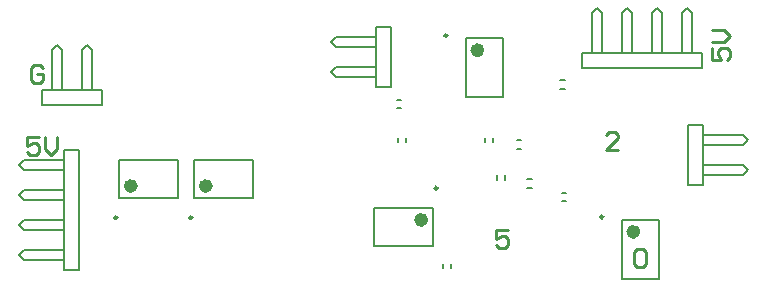
<source format=gto>
G04 Layer_Color=65535*
%FSLAX25Y25*%
%MOIN*%
G70*
G01*
G75*
%ADD16C,0.01000*%
%ADD20C,0.00984*%
%ADD21C,0.02362*%
%ADD22C,0.00787*%
D16*
X676002Y185999D02*
Y182000D01*
X679001D01*
X678001Y183999D01*
Y184999D01*
X679001Y185999D01*
X681000D01*
X682000Y184999D01*
Y183000D01*
X681000Y182000D01*
X676002Y187998D02*
X680001D01*
X682000Y189997D01*
X680001Y191997D01*
X676002D01*
X451499Y156498D02*
X447500D01*
Y153499D01*
X449499Y154499D01*
X450499D01*
X451499Y153499D01*
Y151500D01*
X450499Y150500D01*
X448500D01*
X447500Y151500D01*
X453498Y156498D02*
Y152499D01*
X455497Y150500D01*
X457497Y152499D01*
Y156498D01*
X452999Y179498D02*
X451999Y180498D01*
X450000D01*
X449000Y179498D01*
Y175500D01*
X450000Y174500D01*
X451999D01*
X452999Y175500D01*
Y177499D01*
X450999D01*
X644499Y152000D02*
X640500D01*
X644499Y155999D01*
Y156998D01*
X643499Y157998D01*
X641500D01*
X640500Y156998D01*
X607999Y125498D02*
X604000D01*
Y122499D01*
X605999Y123499D01*
X606999D01*
X607999Y122499D01*
Y120500D01*
X606999Y119500D01*
X605000D01*
X604000Y120500D01*
X652999Y118998D02*
X651000D01*
X650000Y117998D01*
Y114000D01*
X651000Y113000D01*
X652999D01*
X653999Y114000D01*
Y117998D01*
X652999Y118998D01*
D20*
X477646Y129606D02*
G03*
X477646Y129606I-492J0D01*
G01*
X502646D02*
G03*
X502646Y129606I-492J0D01*
G01*
X587598Y190347D02*
G03*
X587598Y190347I-492J0D01*
G01*
X584339Y139394D02*
G03*
X584339Y139394I-492J0D01*
G01*
X639598Y129847D02*
G03*
X639598Y129847I-492J0D01*
G01*
D21*
X483276Y140138D02*
G03*
X483276Y140138I-1181J0D01*
G01*
X508276D02*
G03*
X508276Y140138I-1181J0D01*
G01*
X598819Y185406D02*
G03*
X598819Y185406I-1181J0D01*
G01*
X580087Y128862D02*
G03*
X580087Y128862I-1181J0D01*
G01*
X650819Y124906D02*
G03*
X650819Y124906I-1181J0D01*
G01*
D22*
X455833Y172000D02*
Y185333D01*
X457500Y187000D01*
X459167Y185333D01*
Y172000D02*
Y185333D01*
X465833Y172000D02*
Y185333D01*
X467500Y187000D01*
X469167Y185333D01*
Y172000D02*
Y185333D01*
X452500Y167000D02*
X472500D01*
Y172000D01*
X452500Y167000D02*
Y172000D01*
X472500D01*
X465000Y112000D02*
Y152000D01*
X446667Y115333D02*
X460000D01*
X445000Y117000D02*
X446667Y115333D01*
X445000Y117000D02*
X446667Y118667D01*
X460000D01*
X446667Y125333D02*
X460000D01*
X445000Y127000D02*
X446667Y125333D01*
X445000Y127000D02*
X446667Y128667D01*
X460000D01*
X446667Y135333D02*
X460000D01*
X445000Y137000D02*
X446667Y135333D01*
X445000Y137000D02*
X446667Y138667D01*
X460000D01*
X446667Y145333D02*
X460000D01*
X445000Y147000D02*
X446667Y145333D01*
X445000Y147000D02*
X446667Y148667D01*
X460000D01*
Y152000D02*
X465000D01*
X460000Y112000D02*
X465000D01*
X460000D02*
Y152000D01*
X478157Y136201D02*
X497843D01*
X478157Y148799D02*
X497843D01*
X478157Y136201D02*
Y148799D01*
X497843Y136201D02*
Y148799D01*
X503157Y136201D02*
X522843D01*
X503157Y148799D02*
X522843D01*
X503157Y136201D02*
Y148799D01*
X522843Y136201D02*
Y148799D01*
X632500Y179500D02*
X672500D01*
X635833Y184500D02*
Y197833D01*
X637500Y199500D01*
X639167Y197833D01*
Y184500D02*
Y197833D01*
X645833Y184500D02*
Y197833D01*
X647500Y199500D01*
X649167Y197833D01*
Y184500D02*
Y197833D01*
X655833Y184500D02*
Y197833D01*
X657500Y199500D01*
X659167Y197833D01*
Y184500D02*
Y197833D01*
X665833Y184500D02*
Y197833D01*
X667500Y199500D01*
X669167Y197833D01*
Y184500D02*
Y197833D01*
X672500Y179500D02*
Y184500D01*
X632500Y179500D02*
Y184500D01*
X672500D01*
X593701Y169657D02*
Y189343D01*
X606299Y169657D02*
Y189343D01*
X593701D02*
X606299D01*
X593701Y169657D02*
X606299D01*
X600122Y154713D02*
Y156287D01*
X602878Y154713D02*
Y156287D01*
X614213Y142378D02*
X615787D01*
X614213Y139622D02*
X615787D01*
X625213Y172622D02*
X626787D01*
X625213Y175378D02*
X626787D01*
X606878Y142213D02*
Y143787D01*
X604122Y142213D02*
Y143787D01*
X563157Y132799D02*
X582843D01*
X563157Y120201D02*
X582843D01*
Y132799D01*
X563157Y120201D02*
Y132799D01*
X588878Y112713D02*
Y114287D01*
X586122Y112713D02*
Y114287D01*
X625713Y137878D02*
X627287D01*
X625713Y135122D02*
X627287D01*
X571122Y154713D02*
Y156287D01*
X573878Y154713D02*
Y156287D01*
X570713Y166122D02*
X572287D01*
X570713Y168878D02*
X572287D01*
X610713Y152622D02*
X612287D01*
X610713Y155378D02*
X612287D01*
X550667Y176333D02*
X564000D01*
X549000Y178000D02*
X550667Y176333D01*
X549000Y178000D02*
X550667Y179667D01*
X564000D01*
X550667Y186333D02*
X564000D01*
X549000Y188000D02*
X550667Y186333D01*
X549000Y188000D02*
X550667Y189667D01*
X564000D01*
X569000Y173000D02*
Y193000D01*
X564000D02*
X569000D01*
X564000Y173000D02*
X569000D01*
X564000D02*
Y193000D01*
X673000Y157167D02*
X686333D01*
X688000Y155500D01*
X686333Y153833D02*
X688000Y155500D01*
X673000Y153833D02*
X686333D01*
X673000Y147167D02*
X686333D01*
X688000Y145500D01*
X686333Y143833D02*
X688000Y145500D01*
X673000Y143833D02*
X686333D01*
X668000Y140500D02*
Y160500D01*
Y140500D02*
X673000D01*
X668000Y160500D02*
X673000D01*
Y140500D02*
Y160500D01*
X645701Y109157D02*
Y128843D01*
X658299Y109157D02*
Y128843D01*
X645701D02*
X658299D01*
X645701Y109157D02*
X658299D01*
M02*

</source>
